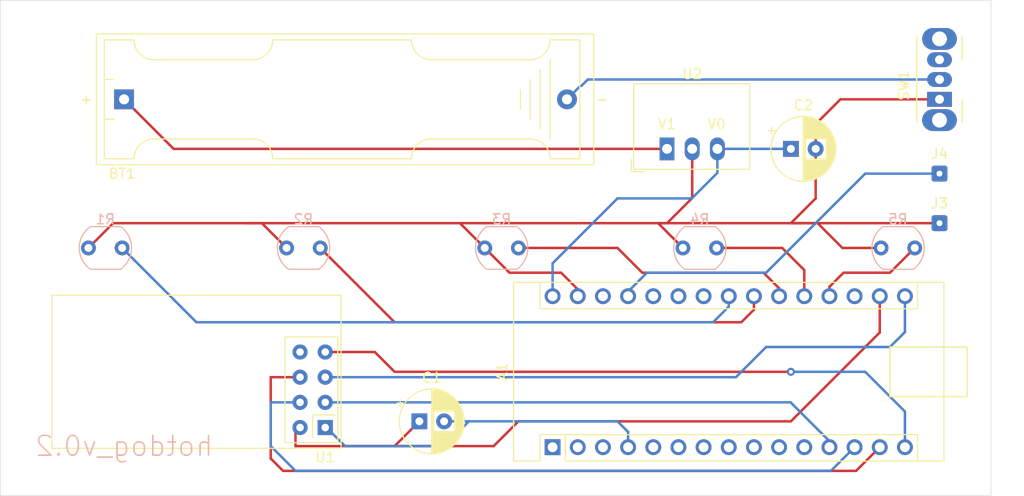
<source format=kicad_pcb>
(kicad_pcb (version 20211014) (generator pcbnew)
  (layers (0 "F.Cu" signal) (31 "B.Cu" signal) (34 "B.Paste" user) (35 "F.Paste" user) (36 "B.SilkS" user "B.Silkscreen") (37 "F.SilkS" user "F.Silkscreen") (38 "B.Mask" user) (39 "F.Mask" user) (44 "Edge.Cuts" user))
  (net 0 "")
  (net 4 "Net-(A1-Pad4)")
  (net 12 "Net-(A1-Pad12)")
  (net 13 "Net-(A1-Pad13)")
  (net 14 "Net-(A1-Pad14)")
  (net 15 "Net-(A1-Pad15)")
  (net 16 "Net-(A1-Pad16)")
  (net 17 "Net-(A1-Pad17)")
  (net 19 "Net-(A1-Pad19)")
  (net 20 "Net-(A1-Pad20)")
  (net 21 "Net-(A1-Pad21)")
  (net 22 "Net-(A1-Pad22)")
  (net 23 "Net-(A1-Pad23)")
  (net 27 "Net-(A1-Pad27)")
  (net 29 "Net-(A1-Pad29)")
  (net 30 "Net-(A1-Pad30)")
  (net 31 "Net-(BT1-Pad1)")
  (net 32 "Net-(BT1-Pad2)")
  (footprint "Connector_Wire:SolderWire-0.1sqmm_1x01_D0.4mm_OD1mm" (layer "F.Cu") (at 169.8 67.5)
    (fp_text reference "J4" (at 0 -2) (layer "F.SilkS"))
    (fp_text value "Conn_01x01")
    (pad "1" thru_hole roundrect (at 0 0) (size 1.6 1.6) (drill 0.6) (layers *.Cu *.Mask) (roundrect_rratio 0.15625) (net 27 "Net-(A1-Pad27)"))
  )
  (footprint "Module:Arduino_Nano" (layer "F.Cu") (at 130.75 95.11 90)
    (fp_text reference "A1" (at 7.62 -5.08 90) (layer "F.SilkS"))
    (fp_text value "Arduino_Nano_v2.x")
    (fp_line (start 1.27 -1.27) (end -1.4 -1.27) (layer "F.SilkS") (width 0.12))
    (fp_line (start 1.27 1.27) (end -1.4 1.27) (layer "F.SilkS") (width 0.12))
    (fp_line (start -1.4 -3.94) (end -1.4 -1.27) (layer "F.SilkS") (width 0.12))
    (fp_line (start 13.97 -1.27) (end 16.64 -1.27) (layer "F.SilkS") (width 0.12))
    (fp_line (start 13.97 36.83) (end 16.64 36.83) (layer "F.SilkS") (width 0.12))
    (fp_line (start -1.4 1.27) (end -1.4 39.5) (layer "F.SilkS") (width 0.12))
    (fp_line (start -1.4 39.5) (end 16.64 39.5) (layer "F.SilkS") (width 0.12))
    (fp_line (start 13.97 -1.27) (end 13.97 36.83) (layer "F.SilkS") (width 0.12))
    (fp_line (start 16.64 -3.94) (end -1.4 -3.94) (layer "F.SilkS") (width 0.12))
    (fp_line (start 1.27 1.27) (end 1.27 36.83) (layer "F.SilkS") (width 0.12))
    (fp_line (start 16.64 39.5) (end 16.64 -3.94) (layer "F.SilkS") (width 0.12))
    (fp_line (start 1.27 1.27) (end 1.27 -1.27) (layer "F.SilkS") (width 0.12))
    (fp_line (start 1.27 36.83) (end -1.4 36.83) (layer "F.SilkS") (width 0.12))
    (pad "1" thru_hole rect (at 0 0 90) (size 1.6 1.6) (drill 1) (layers *.Cu *.Mask))
    (pad "2" thru_hole oval (at 0 2.54 90) (size 1.6 1.6) (drill 1) (layers *.Cu *.Mask))
    (pad "3" thru_hole oval (at 0 5.08 90) (size 1.6 1.6) (drill 1) (layers *.Cu *.Mask))
    (pad "4" thru_hole oval (at 0 7.62 90) (size 1.6 1.6) (drill 1) (layers *.Cu *.Mask) (net 4 "Net-(A1-Pad4)"))
    (pad "5" thru_hole oval (at 0 10.16 90) (size 1.6 1.6) (drill 1) (layers *.Cu *.Mask))
    (pad "6" thru_hole oval (at 0 12.7 90) (size 1.6 1.6) (drill 1) (layers *.Cu *.Mask))
    (pad "7" thru_hole oval (at 0 15.24 90) (size 1.6 1.6) (drill 1) (layers *.Cu *.Mask))
    (pad "8" thru_hole oval (at 0 17.78 90) (size 1.6 1.6) (drill 1) (layers *.Cu *.Mask))
    (pad "9" thru_hole oval (at 0 20.32 90) (size 1.6 1.6) (drill 1) (layers *.Cu *.Mask))
    (pad "10" thru_hole oval (at 0 22.86 90) (size 1.6 1.6) (drill 1) (layers *.Cu *.Mask))
    (pad "11" thru_hole oval (at 0 25.4 90) (size 1.6 1.6) (drill 1) (layers *.Cu *.Mask))
    (pad "12" thru_hole oval (at 0 27.94 90) (size 1.6 1.6) (drill 1) (layers *.Cu *.Mask) (net 12 "Net-(A1-Pad12)"))
    (pad "13" thru_hole oval (at 0 30.48 90) (size 1.6 1.6) (drill 1) (layers *.Cu *.Mask) (net 13 "Net-(A1-Pad13)"))
    (pad "14" thru_hole oval (at 0 33.02 90) (size 1.6 1.6) (drill 1) (layers *.Cu *.Mask) (net 14 "Net-(A1-Pad14)"))
    (pad "15" thru_hole oval (at 0 35.56 90) (size 1.6 1.6) (drill 1) (layers *.Cu *.Mask) (net 15 "Net-(A1-Pad15)"))
    (pad "16" thru_hole oval (at 15.24 35.56 90) (size 1.6 1.6) (drill 1) (layers *.Cu *.Mask) (net 16 "Net-(A1-Pad16)"))
    (pad "17" thru_hole oval (at 15.24 33.02 90) (size 1.6 1.6) (drill 1) (layers *.Cu *.Mask) (net 17 "Net-(A1-Pad17)"))
    (pad "18" thru_hole oval (at 15.24 30.48 90) (size 1.6 1.6) (drill 1) (layers *.Cu *.Mask))
    (pad "19" thru_hole oval (at 15.24 27.94 90) (size 1.6 1.6) (drill 1) (layers *.Cu *.Mask) (net 19 "Net-(A1-Pad19)"))
    (pad "20" thru_hole oval (at 15.24 25.4 90) (size 1.6 1.6) (drill 1) (layers *.Cu *.Mask) (net 20 "Net-(A1-Pad20)"))
    (pad "21" thru_hole oval (at 15.24 22.86 90) (size 1.6 1.6) (drill 1) (layers *.Cu *.Mask) (net 21 "Net-(A1-Pad21)"))
    (pad "22" thru_hole oval (at 15.24 20.32 90) (size 1.6 1.6) (drill 1) (layers *.Cu *.Mask) (net 22 "Net-(A1-Pad22)"))
    (pad "23" thru_hole oval (at 15.24 17.78 90) (size 1.6 1.6) (drill 1) (layers *.Cu *.Mask) (net 23 "Net-(A1-Pad23)"))
    (pad "24" thru_hole oval (at 15.24 15.24 90) (size 1.6 1.6) (drill 1) (layers *.Cu *.Mask))
    (pad "25" thru_hole oval (at 15.24 12.7 90) (size 1.6 1.6) (drill 1) (layers *.Cu *.Mask))
    (pad "26" thru_hole oval (at 15.24 10.16 90) (size 1.6 1.6) (drill 1) (layers *.Cu *.Mask))
    (pad "27" thru_hole oval (at 15.24 7.62 90) (size 1.6 1.6) (drill 1) (layers *.Cu *.Mask) (net 27 "Net-(A1-Pad27)"))
    (pad "28" thru_hole oval (at 15.24 5.08 90) (size 1.6 1.6) (drill 1) (layers *.Cu *.Mask))
    (pad "29" thru_hole oval (at 15.24 2.54 90) (size 1.6 1.6) (drill 1) (layers *.Cu *.Mask) (net 29 "Net-(A1-Pad29)"))
    (pad "30" thru_hole oval (at 15.24 0 90) (size 1.6 1.6) (drill 1) (layers *.Cu *.Mask) (net 30 "Net-(A1-Pad30)"))
  )
  (footprint "RF_Module:nRF24L01_Breakout" (layer "F.Cu") (at 107.8 93.125 180)
    (fp_text reference "U1" (at 0 -3) (layer "F.SilkS"))
    (fp_text value "NRF24L01_Breakout")
    (fp_line (start -1.6 -2.1) (end -1.6 -2.1) (layer "F.SilkS") (width 0.12))
    (fp_line (start 27.6 -2.1) (end 27.6 13.35) (layer "F.SilkS") (width 0.12))
    (fp_line (start -1.6 13.35) (end -1.6 -2.1) (layer "F.SilkS") (width 0.12))
    (fp_line (start 4.064 -1.524) (end 4.064 9.144) (layer "F.SilkS") (width 0.12))
    (fp_line (start 4.064 9.144) (end -1.27 9.144) (layer "F.SilkS") (width 0.12))
    (fp_line (start -1.016 1.27) (end -1.016 1.27) (layer "F.SilkS") (width 0.12))
    (fp_line (start 1.27 1.27) (end -1.016 1.27) (layer "F.SilkS") (width 0.12))
    (fp_line (start -1.27 9.144) (end -1.27 9.144) (layer "F.SilkS") (width 0.12))
    (fp_line (start -1.27 -1.524) (end -1.27 -1.524) (layer "F.SilkS") (width 0.12))
    (fp_line (start -1.27 -1.524) (end 4.064 -1.524) (layer "F.SilkS") (width 0.12))
    (fp_line (start -1.6 -2.1) (end 27.6 -2.1) (layer "F.SilkS") (width 0.12))
    (fp_line (start 1.27 -1.016) (end 1.27 1.27) (layer "F.SilkS") (width 0.12))
    (fp_line (start -1.27 9.144) (end -1.27 -1.524) (layer "F.SilkS") (width 0.12))
    (fp_line (start 27.6 13.35) (end -1.6 13.35) (layer "F.SilkS") (width 0.12))
    (pad "1" thru_hole rect (at 0 0 180) (size 1.524 1.524) (drill 0.762) (layers *.Cu *.Mask) (net 4 "Net-(A1-Pad4)"))
    (pad "2" thru_hole circle (at 2.54 0 180) (size 1.524 1.524) (drill 0.762) (layers *.Cu *.Mask) (net 17 "Net-(A1-Pad17)"))
    (pad "3" thru_hole circle (at 0 2.54 180) (size 1.524 1.524) (drill 0.762) (layers *.Cu *.Mask) (net 12 "Net-(A1-Pad12)"))
    (pad "4" thru_hole circle (at 2.54 2.54 180) (size 1.524 1.524) (drill 0.762) (layers *.Cu *.Mask) (net 13 "Net-(A1-Pad13)"))
    (pad "5" thru_hole circle (at 0 5.08 180) (size 1.524 1.524) (drill 0.762) (layers *.Cu *.Mask) (net 16 "Net-(A1-Pad16)"))
    (pad "6" thru_hole circle (at 2.54 5.08 180) (size 1.524 1.524) (drill 0.762) (layers *.Cu *.Mask) (net 14 "Net-(A1-Pad14)"))
    (pad "7" thru_hole circle (at 0 7.62 180) (size 1.524 1.524) (drill 0.762) (layers *.Cu *.Mask) (net 15 "Net-(A1-Pad15)"))
    (pad "8" thru_hole circle (at 2.54 7.62 180) (size 1.524 1.524) (drill 0.762) (layers *.Cu *.Mask))
  )
  (footprint "Battery:BatteryHolder_Keystone_2466_1xAAA" (layer "F.Cu") (at 87.5 60)
    (fp_text reference "BT1" (at -0.2 7.5 180) (layer "F.SilkS"))
    (fp_text value "Battery_Cell")
    (fp_text user "+" (at -3.81 0) (layer "F.SilkS"))
    (fp_text user "-" (at 48.26 0) (layer "F.SilkS"))
    (fp_line (start 29 -6) (end 15 -6) (layer "F.SilkS") (width 0.12))
    (fp_line (start 41 -2) (end 41 2) (layer "F.SilkS") (width 0.12))
    (fp_line (start -2.8 -6.6) (end -2.8 6.6) (layer "F.SilkS") (width 0.12))
    (fp_line (start 47.4 -6.6) (end -2.8 -6.6) (layer "F.SilkS") (width 0.12))
    (fp_line (start -2 -6) (end -2 6) (layer "F.SilkS") (width 0.12))
    (fp_line (start 42 3) (end 42 -3) (layer "F.SilkS") (width 0.12))
    (fp_line (start 43 -4) (end 43 4) (layer "F.SilkS") (width 0.12))
    (fp_line (start 3 4) (end 13 4) (layer "F.SilkS") (width 0.12))
    (fp_line (start -2 -2) (end -1 -2) (layer "F.SilkS") (width 0.12))
    (fp_line (start 47.4 6.6) (end 47.4 -6.6) (layer "F.SilkS") (width 0.12))
    (fp_line (start -2.8 6.6) (end 47.4 6.6) (layer "F.SilkS") (width 0.12))
    (fp_line (start 15 6) (end 29 6) (layer "F.SilkS") (width 0.12))
    (fp_line (start 46 6) (end 43 6) (layer "F.SilkS") (width 0.12))
    (fp_line (start 40 -1) (end 40 1) (layer "F.SilkS") (width 0.12))
    (fp_line (start 41 4) (end 31 4) (layer "F.SilkS") (width 0.12))
    (fp_line (start 3 -4) (end 13 -4) (layer "F.SilkS") (width 0.12))
    (fp_line (start 46 -6) (end 46 6) (layer "F.SilkS") (width 0.12))
    (fp_line (start -2 6) (end 1 6) (layer "F.SilkS") (width 0.12))
    (fp_line (start 46 -6) (end 43 -6) (layer "F.SilkS") (width 0.12))
    (fp_line (start -1 2) (end -2 2) (layer "F.SilkS") (width 0.12))
    (fp_line (start 41 -4) (end 31 -4) (layer "F.SilkS") (width 0.12))
    (fp_line (start -2 -6) (end 1 -6) (layer "F.SilkS") (width 0.12))
    (fp_arc (start 31 -4) (mid 29.585786 -4.585786) (end 29 -6) (layer "F.SilkS") (width 0.12))
    (fp_arc (start 3 -4) (mid 1.585786 -4.585786) (end 1 -6) (layer "F.SilkS") (width 0.12))
    (fp_arc (start 15 -6) (mid 14.414214 -4.585786) (end 13 -4) (layer "F.SilkS") (width 0.12))
    (fp_arc (start 29 6) (mid 29.585786 4.585786) (end 31 4) (layer "F.SilkS") (width 0.12))
    (fp_arc (start 41 4) (mid 42.414214 4.585786) (end 43 6) (layer "F.SilkS") (width 0.12))
    (fp_arc (start 43 -6) (mid 42.414214 -4.585786) (end 41 -4) (layer "F.SilkS") (width 0.12))
    (fp_arc (start 1 6) (mid 1.585786 4.585786) (end 3 4) (layer "F.SilkS") (width 0.12))
    (fp_arc (start 13 4) (mid 14.414214 4.585786) (end 15 6) (layer "F.SilkS") (width 0.12))
    (pad "1" thru_hole rect (at 0 0) (size 2 2) (drill 1.02) (layers *.Cu *.Mask) (net 31 "Net-(BT1-Pad1)"))
    (pad "2" thru_hole circle (at 44.7 0) (size 2 2) (drill 1.02) (layers *.Cu *.Mask) (net 32 "Net-(BT1-Pad2)"))
  )
  (footprint "Capacitor_THT:CP_Radial_D6.3mm_P2.50mm" (layer "F.Cu") (at 117.3 92.5)
    (fp_text reference "C1" (at 1.25 -4.4) (layer "F.SilkS"))
    (fp_text value "C_Polarized")
    (fp_line (start 1.53 -3.218) (end 1.53 -1.04) (layer "F.SilkS") (width 0.12))
    (fp_line (start 1.85 1.04) (end 1.85 3.175) (layer "F.SilkS") (width 0.12))
    (fp_line (start 2.811 -2.834) (end 2.811 -1.04) (layer "F.SilkS") (width 0.12))
    (fp_line (start 3.171 -2.607) (end 3.171 -1.04) (layer "F.SilkS") (width 0.12))
    (fp_line (start 2.051 1.04) (end 2.051 3.131) (layer "F.SilkS") (width 0.12))
    (fp_line (start 2.211 1.04) (end 2.211 3.086) (layer "F.SilkS") (width 0.12))
    (fp_line (start 1.77 1.04) (end 1.77 3.189) (layer "F.SilkS") (width 0.12))
    (fp_line (start 2.291 -3.061) (end 2.291 -1.04) (layer "F.SilkS") (width 0.12))
    (fp_line (start 3.291 -2.516) (end 3.291 -1.04) (layer "F.SilkS") (width 0.12))
    (fp_line (start 3.131 -2.636) (end 3.131 -1.04) (layer "F.SilkS") (width 0.12))
    (fp_line (start 3.531 1.04) (end 3.531 2.305) (layer "F.SilkS") (width 0.12))
    (fp_line (start 2.491 1.04) (end 2.491 2.986) (layer "F.SilkS") (width 0.12))
    (fp_line (start 1.73 1.04) (end 1.73 3.195) (layer "F.SilkS") (width 0.12))
    (fp_line (start 2.491 -2.986) (end 2.491 -1.04) (layer "F.SilkS") (width 0.12))
    (fp_line (start 1.971 1.04) (end 1.971 3.15) (layer "F.SilkS") (width 0.12))
    (fp_line (start 2.891 1.04) (end 2.891 2.79) (layer "F.SilkS") (width 0.12))
    (fp_line (start 1.81 -3.182) (end 1.81 -1.04) (layer "F.SilkS") (width 0.12))
    (fp_line (start 2.731 1.04) (end 2.731 2.876) (layer "F.SilkS") (width 0.12))
    (fp_line (start 4.011 -1.714) (end 4.011 1.714) (layer "F.SilkS") (width 0.12))
    (fp_line (start 2.011 -3.141) (end 2.011 -1.04) (layer "F.SilkS") (width 0.12))
    (fp_line (start 1.37 -3.228) (end 1.37 3.228) (layer "F.SilkS") (width 0.12))
    (fp_line (start 2.171 1.04) (end 2.171 3.098) (layer "F.SilkS") (width 0.12))
    (fp_line (start 1.73 -3.195) (end 1.73 -1.04) (layer "F.SilkS") (width 0.12))
    (fp_line (start 3.011 1.04) (end 3.011 2.716) (layer "F.SilkS") (width 0.12))
    (fp_line (start 2.451 -3.002) (end 2.451 -1.04) (layer "F.SilkS") (width 0.12))
    (fp_line (start 2.531 1.04) (end 2.531 2.97) (layer "F.SilkS") (width 0.12))
    (fp_line (start 1.85 -3.175) (end 1.85 -1.04) (layer "F.SilkS") (width 0.12))
    (fp_line (start 2.931 -2.766) (end 2.931 -1.04) (layer "F.SilkS") (width 0.12))
    (fp_line (start 3.451 1.04) (end 3.451 2.38) (layer "F.SilkS") (width 0.12))
    (fp_line (start 1.25 -3.23) (end 1.25 3.23) (layer "F.SilkS") (width 0.12))
    (fp_line (start 2.371 -3.033) (end 2.371 -1.04) (layer "F.SilkS") (width 0.12))
    (fp_line (start 2.611 -2.934) (end 2.611 -1.04) (layer "F.SilkS") (width 0.12))
    (fp_line (start 3.891 -1.89) (end 3.891 1.89) (layer "F.SilkS") (width 0.12))
    (fp_line (start 3.491 1.04) (end 3.491 2.343) (layer "F.SilkS") (width 0.12))
    (fp_line (start 2.011 1.04) (end 2.011 3.141) (layer "F.SilkS") (width 0.12))
    (fp_line (start 2.571 1.04) (end 2.571 2.952) (layer "F.SilkS") (width 0.12))
    (fp_line (start 1.41 -3.227) (end 1.41 3.227) (layer "F.SilkS") (width 0.12))
    (fp_line (start 3.931 -1.834) (end 3.931 1.834) (layer "F.SilkS") (width 0.12))
    (fp_line (start 2.651 -2.916) (end 2.651 -1.04) (layer "F.SilkS") (width 0.12))
    (fp_line (start 1.61 -3.211) (end 1.61 -1.04) (layer "F.SilkS") (width 0.12))
    (fp_line (start 3.571 -2.265) (end 3.571 2.265) (layer "F.SilkS") (width 0.12))
    (fp_line (start 2.851 -2.812) (end 2.851 -1.04) (layer "F.SilkS") (width 0.12))
    (fp_line (start 3.731 -2.092) (end 3.731 2.092) (layer "F.SilkS") (width 0.12))
    (fp_line (start 4.051 -1.65) (end 4.051 1.65) (layer "F.SilkS") (width 0.12))
    (fp_line (start 2.411 1.04) (end 2.411 3.018) (layer "F.SilkS") (width 0.12))
    (fp_line (start 4.091 -1.581) (end 4.091 1.581) (layer "F.SilkS") (width 0.12))
    (fp_line (start 4.371 -0.94) (end 4.371 0.94) (layer "F.SilkS") (width 0.12))
    (fp_line (start 3.491 -2.343) (end 3.491 -1.04) (layer "F.SilkS") (width 0.12))
    (fp_line (start 3.251 -2.548) (end 3.251 -1.04) (layer "F.SilkS") (width 0.12))
    (fp_line (start 2.211 -3.086) (end 2.211 -1.04) (layer "F.SilkS") (width 0.12))
    (fp_line (start 3.251 1.04) (end 3.251 2.548) (layer "F.SilkS") (width 0.12))
    (fp_line (start 1.81 1.04) (end 1.81 3.182) (layer "F.SilkS") (width 0.12))
    (fp_line (start 3.451 -2.38) (end 3.451 -1.04) (layer "F.SilkS") (width 0.12))
    (fp_line (start 2.891 -2.79) (end 2.891 -1.04) (layer "F.SilkS") (width 0.12))
    (fp_line (start 4.131 -1.509) (end 4.131 1.509) (layer "F.SilkS") (width 0.12))
    (fp_line (start 2.611 1.04) (end 2.611 2.934) (layer "F.SilkS") (width 0.12))
    (fp_line (start -2.250241 -1.839) (end -1.620241 -1.839) (layer "F.SilkS") (width 0.12))
    (fp_line (start 1.53 1.04) (end 1.53 3.218) (layer "F.SilkS") (width 0.12))
    (fp_line (start 2.131 1.04) (end 2.131 3.11) (layer "F.SilkS") (width 0.12))
    (fp_line (start 2.731 -2.876) (end 2.731 -1.04) (layer "F.SilkS") (width 0.12))
    (fp_line (start 1.69 1.04) (end 1.69 3.201) (layer "F.SilkS") (width 0.12))
    (fp_line (start 4.331 -1.059) (end 4.331 1.059) (layer "F.SilkS") (width 0.12))
    (fp_line (start 3.691 -2.137) (end 3.691 2.137) (layer "F.SilkS") (width 0.12))
    (fp_line (start 2.331 1.04) (end 2.331 3.047) (layer "F.SilkS") (width 0.12))
    (fp_line (start 1.971 -3.15) (end 1.971 -1.04) (layer "F.SilkS") (width 0.12))
    (fp_line (start 2.411 -3.018) (end 2.411 -1.04) (layer "F.SilkS") (width 0.12))
    (fp_line (start 4.411 -0.802) (end 4.411 0.802) (layer "F.SilkS") (width 0.12))
    (fp_line (start 1.89 1.04) (end 1.89 3.167) (layer "F.SilkS") (width 0.12))
    (fp_line (start 2.091 1.04) (end 2.091 3.121) (layer "F.SilkS") (width 0.12))
    (fp_line (start 2.691 1.04) (end 2.691 2.896) (layer "F.SilkS") (width 0.12))
    (fp_line (start 2.931 1.04) (end 2.931 2.766) (layer "F.SilkS") (width 0.12))
    (fp_line (start 3.091 1.04) (end 3.091 2.664) (layer "F.SilkS") (width 0.12))
    (fp_line (start 1.45 -3.224) (end 1.45 3.224) (layer "F.SilkS") (width 0.12))
    (fp_line (start 1.93 1.04) (end 1.93 3.159) (layer "F.SilkS") (width 0.12))
    (fp_line (start 2.291 1.04) (end 2.291 3.061) (layer "F.SilkS") (width 0.12))
    (fp_line (start 2.771 1.04) (end 2.771 2.856) (layer "F.SilkS") (width 0.12))
    (fp_line (start 3.211 -2.578) (end 3.211 -1.04) (layer "F.SilkS") (width 0.12))
    (fp_line (start 3.131 1.04) (end 3.131 2.636) (layer "F.SilkS") (width 0.12))
    (fp_line (start 3.611 -2.224) (end 3.611 2.224) (layer "F.SilkS") (width 0.12))
    (fp_line (start 4.451 -0.633) (end 4.451 0.633) (layer "F.SilkS") (width 0.12))
    (fp_line (start 3.851 -1.944) (end 3.851 1.944) (layer "F.SilkS") (width 0.12))
    (fp_line (start 2.811 1.04) (end 2.811 2.834) (layer "F.SilkS") (width 0.12))
    (fp_line (start 3.171 1.04) (end 3.171 2.607) (layer "F.SilkS") (width 0.12))
    (fp_line (start 1.49 1.04) (end 1.49 3.222) (layer "F.SilkS") (width 0.12))
    (fp_line (start 3.411 1.04) (end 3.411 2.416) (layer "F.SilkS") (width 0.12))
    (fp_line (start 3.211 1.04) (end 3.211 2.578) (layer "F.SilkS") (width 0.12))
    (fp_line (start 1.77 -3.189) (end 1.77 -1.04) (layer "F.SilkS") (width 0.12))
    (fp_line (start 4.491 -0.402) (end 4.491 0.402) (layer "F.SilkS") (width 0.12))
    (fp_line (start 3.331 -2.484) (end 3.331 -1.04) (layer "F.SilkS") (width 0.12))
    (fp_line (start 2.171 -3.098) (end 2.171 -1.04) (layer "F.SilkS") (width 0.12))
    (fp_line (start 3.051 -2.69) (end 3.051 -1.04) (layer "F.SilkS") (width 0.12))
    (fp_line (start 2.451 1.04) (end 2.451 3.002) (layer "F.SilkS") (width 0.12))
    (fp_line (start 4.251 -1.262) (end 4.251 1.262) (layer "F.SilkS") (width 0.12))
    (fp_line (start 3.331 1.04) (end 3.331 2.484) (layer "F.SilkS") (width 0.12))
    (fp_line (start 3.291 1.04) (end 3.291 2.516) (layer "F.SilkS") (width 0.12))
    (fp_line (start 1.89 -3.167) (end 1.89 -1.04) (layer "F.SilkS") (width 0.12))
    (fp_line (start 3.971 -1.776) (end 3.971 1.776) (layer "F.SilkS") (width 0.12))
    (fp_line (start 1.57 1.04) (end 1.57 3.215) (layer "F.SilkS") (width 0.12))
    (fp_line (start 3.371 1.04) (end 3.371 2.45) (layer "F.SilkS") (width 0.12))
    (fp_line (start 2.371 1.04) (end 2.371 3.033) (layer "F.SilkS") (width 0.12))
    (fp_line (start 2.651 1.04) (end 2.651 2.916) (layer "F.SilkS") (width 0.12))
    (fp_line (start 3.051 1.04) (end 3.051 2.69) (layer "F.SilkS") (width 0.12))
    (fp_line (start 1.49 -3.222) (end 1.49 -1.04) (layer "F.SilkS") (width 0.12))
    (fp_line (start 2.771 -2.856) (end 2.771 -1.04) (layer "F.SilkS") (width 0.12))
    (fp_line (start 1.69 -3.201) (end 1.69 -1.04) (layer "F.SilkS") (width 0.12))
    (fp_line (start 2.571 -2.952) (end 2.571 -1.04) (layer "F.SilkS") (width 0.12))
    (fp_line (start 3.771 -2.044) (end 3.771 2.044) (layer "F.SilkS") (width 0.12))
    (fp_line (start 1.57 -3.215) (end 1.57 -1.04) (layer "F.SilkS") (width 0.12))
    (fp_line (start 3.011 -2.716) (end 3.011 -1.04) (layer "F.SilkS") (width 0.12))
    (fp_line (start 1.61 1.04) (end 1.61 3.211) (layer "F.SilkS") (width 0.12))
    (fp_line (start 1.29 -3.23) (end 1.29 3.23) (layer "F.SilkS") (width 0.12))
    (fp_line (start 3.091 -2.664) (end 3.091 -1.04) (layer "F.SilkS") (width 0.12))
    (fp_line (start -1.935241 -2.154) (end -1.935241 -1.524) (layer "F.SilkS") (width 0.12))
    (fp_line (start 3.651 -2.182) (end 3.651 2.182) (layer "F.SilkS") (width 0.12))
    (fp_line (start 3.811 -1.995) (end 3.811 1.995) (layer "F.SilkS") (width 0.12))
    (fp_line (start 2.091 -3.121) (end 2.091 -1.04) (layer "F.SilkS") (width 0.12))
    (fp_line (start 2.971 1.04) (end 2.971 2.742) (layer "F.SilkS") (width 0.12))
    (fp_line (start 4.171 -1.432) (end 4.171 1.432) (layer "F.SilkS") (width 0.12))
    (fp_line (start 1.33 -3.23) (end 1.33 3.23) (layer "F.SilkS") (width 0.12))
    (fp_line (start 3.531 -2.305) (end 3.531 -1.04) (layer "F.SilkS") (width 0.12))
    (fp_line (start 2.131 -3.11) (end 2.131 -1.04) (layer "F.SilkS") (width 0.12))
    (fp_line (start 2.331 -3.047) (end 2.331 -1.04) (layer "F.SilkS") (width 0.12))
    (fp_line (start 3.411 -2.416) (end 3.411 -1.04) (layer "F.SilkS") (width 0.12))
    (fp_line (start 2.851 1.04) (end 2.851 2.812) (layer "F.SilkS") (width 0.12))
    (fp_line (start 2.251 -3.074) (end 2.251 -1.04) (layer "F.SilkS") (width 0.12))
    (fp_line (start 2.971 -2.742) (end 2.971 -1.04) (layer "F.SilkS") (width 0.12))
    (fp_line (start 3.371 -2.45) (end 3.371 -1.04) (layer "F.SilkS") (width 0.12))
    (fp_line (start 2.691 -2.896) (end 2.691 -1.04) (layer "F.SilkS") (width 0.12))
    (fp_line (start 1.93 -3.159) (end 1.93 -1.04) (layer "F.SilkS") (width 0.12))
    (fp_line (start 1.65 1.04) (end 1.65 3.206) (layer "F.SilkS") (width 0.12))
    (fp_line (start 2.531 -2.97) (end 2.531 -1.04) (layer "F.SilkS") (width 0.12))
    (fp_line (start 2.051 -3.131) (end 2.051 -1.04) (layer "F.SilkS") (width 0.12))
    (fp_line (start 4.211 -1.35) (end 4.211 1.35) (layer "F.SilkS") (width 0.12))
    (fp_line (start 4.291 -1.165) (end 4.291 1.165) (layer "F.SilkS") (width 0.12))
    (fp_line (start 1.65 -3.206) (end 1.65 -1.04) (layer "F.SilkS") (width 0.12))
    (fp_line (start 2.251 1.04) (end 2.251 3.074) (layer "F.SilkS") (width 0.12))
    (fp_circle (center 1.25 0) (end 4.52 0) (layer "F.SilkS") (width 0.12) (fill none))
    (pad "1" thru_hole rect (at 0 0) (size 1.6 1.6) (drill 0.8) (layers *.Cu *.Mask) (net 17 "Net-(A1-Pad17)"))
    (pad "2" thru_hole circle (at 2.5 0) (size 1.6 1.6) (drill 0.8) (layers *.Cu *.Mask) (net 4 "Net-(A1-Pad4)"))
  )
  (footprint "Converter_DCDC:Converter_DCDC_RECOM_R-78E-0.5_THT" (layer "F.Cu") (at 142.3 65)
    (fp_text reference "U2" (at 2.54 -7.56) (layer "F.SilkS"))
    (fp_text value "ME2108A")
    (fp_line (start 8.35 -6.56) (end 8.35 2.06) (layer "F.SilkS") (width 0.12))
    (fp_line (start -3.371 2.06) (end 8.35 2.06) (layer "F.SilkS") (width 0.12))
    (fp_line (start -3.371 -6.56) (end 8.35 -6.56) (layer "F.SilkS") (width 0.12))
    (fp_line (start -3.371 -6.56) (end -3.371 2.06) (layer "F.SilkS") (width 0.12))
    (fp_line (start -3.611 2.3) (end -2.371 2.3) (layer "F.SilkS") (width 0.12))
    (fp_line (start -3.611 1.06) (end -3.611 2.3) (layer "F.SilkS") (width 0.12))
    (pad "1" thru_hole rect (at 0 0) (size 1.5 2.3) (drill 1) (layers *.Cu *.Mask) (net 31 "Net-(BT1-Pad1)"))
    (pad "2" thru_hole oval (at 2.54 0) (size 1.5 2.3) (drill 1) (layers *.Cu *.Mask) (net 29 "Net-(A1-Pad29)"))
    (pad "3" thru_hole oval (at 5.08 0) (size 1.5 2.3) (drill 1) (layers *.Cu *.Mask) (net 30 "Net-(A1-Pad30)"))
  )
  (footprint "Connector_Wire:SolderWire-0.1sqmm_1x01_D0.4mm_OD1mm" (layer "F.Cu") (at 169.8 72.5)
    (fp_text reference "J3" (at 0 -2) (layer "F.SilkS"))
    (fp_text value "Conn_01x01")
    (pad "1" thru_hole roundrect (at 0 0) (size 1.6 1.6) (drill 0.6) (layers *.Cu *.Mask) (roundrect_rratio 0.15625) (net 29 "Net-(A1-Pad29)"))
  )
  (footprint "Capacitor_THT:CP_Radial_D6.3mm_P2.50mm" (layer "F.Cu") (at 154.8 65)
    (fp_text reference "C2" (at 1.25 -4.4) (layer "F.SilkS"))
    (fp_text value "C_Polarized")
    (fp_line (start 1.25 -3.23) (end 1.25 3.23) (layer "F.SilkS") (width 0.12))
    (fp_line (start 2.491 -2.986) (end 2.491 -1.04) (layer "F.SilkS") (width 0.12))
    (fp_line (start 1.971 1.04) (end 1.971 3.15) (layer "F.SilkS") (width 0.12))
    (fp_line (start 2.451 1.04) (end 2.451 3.002) (layer "F.SilkS") (width 0.12))
    (fp_line (start 3.571 -2.265) (end 3.571 2.265) (layer "F.SilkS") (width 0.12))
    (fp_line (start 2.411 -3.018) (end 2.411 -1.04) (layer "F.SilkS") (width 0.12))
    (fp_line (start 2.891 1.04) (end 2.891 2.79) (layer "F.SilkS") (width 0.12))
    (fp_line (start 3.291 1.04) (end 3.291 2.516) (layer "F.SilkS") (width 0.12))
    (fp_line (start 2.771 1.04) (end 2.771 2.856) (layer "F.SilkS") (width 0.12))
    (fp_line (start 4.251 -1.262) (end 4.251 1.262) (layer "F.SilkS") (width 0.12))
    (fp_line (start 1.61 1.04) (end 1.61 3.211) (layer "F.SilkS") (width 0.12))
    (fp_line (start 3.531 -2.305) (end 3.531 -1.04) (layer "F.SilkS") (width 0.12))
    (fp_line (start 2.731 1.04) (end 2.731 2.876) (layer "F.SilkS") (width 0.12))
    (fp_line (start 4.051 -1.65) (end 4.051 1.65) (layer "F.SilkS") (width 0.12))
    (fp_line (start 2.331 1.04) (end 2.331 3.047) (layer "F.SilkS") (width 0.12))
    (fp_line (start 3.331 1.04) (end 3.331 2.484) (layer "F.SilkS") (width 0.12))
    (fp_line (start 4.451 -0.633) (end 4.451 0.633) (layer "F.SilkS") (width 0.12))
    (fp_line (start 3.211 1.04) (end 3.211 2.578) (layer "F.SilkS") (width 0.12))
    (fp_line (start 1.93 1.04) (end 1.93 3.159) (layer "F.SilkS") (width 0.12))
    (fp_line (start 4.011 -1.714) (end 4.011 1.714) (layer "F.SilkS") (width 0.12))
    (fp_line (start 2.851 -2.812) (end 2.851 -1.04) (layer "F.SilkS") (width 0.12))
    (fp_line (start 2.051 1.04) (end 2.051 3.131) (layer "F.SilkS") (width 0.12))
    (fp_line (start 2.691 1.04) (end 2.691 2.896) (layer "F.SilkS") (width 0.12))
    (fp_line (start 1.73 -3.195) (end 1.73 -1.04) (layer "F.SilkS") (width 0.12))
    (fp_line (start 1.69 -3.201) (end 1.69 -1.04) (layer "F.SilkS") (width 0.12))
    (fp_line (start 2.411 1.04) (end 2.411 3.018) (layer "F.SilkS") (width 0.12))
    (fp_line (start 2.131 -3.11) (end 2.131 -1.04) (layer "F.SilkS") (width 0.12))
    (fp_line (start 2.091 -3.121) (end 2.091 -1.04) (layer "F.SilkS") (width 0.12))
    (fp_line (start 1.77 1.04) (end 1.77 3.189) (layer "F.SilkS") (width 0.12))
    (fp_line (start 2.531 1.04) (end 2.531 2.97) (layer "F.SilkS") (width 0.12))
    (fp_line (start 2.651 1.04) (end 2.651 2.916) (layer "F.SilkS") (width 0.12))
    (fp_line (start 2.291 -3.061) (end 2.291 -1.04) (layer "F.SilkS") (width 0.12))
    (fp_line (start 1.65 1.04) (end 1.65 3.206) (layer "F.SilkS") (width 0.12))
    (fp_line (start 1.971 -3.15) (end 1.971 -1.04) (layer "F.SilkS") (width 0.12))
    (fp_line (start 3.131 -2.636) (end 3.131 -1.04) (layer "F.SilkS") (width 0.12))
    (fp_line (start 3.011 -2.716) (end 3.011 -1.04) (layer "F.SilkS") (width 0.12))
    (fp_line (start 1.33 -3.23) (end 1.33 3.23) (layer "F.SilkS") (width 0.12))
    (fp_line (start 2.611 -2.934) (end 2.611 -1.04) (layer "F.SilkS") (width 0.12))
    (fp_line (start 2.971 -2.742) (end 2.971 -1.04) (layer "F.SilkS") (width 0.12))
    (fp_line (start 3.651 -2.182) (end 3.651 2.182) (layer "F.SilkS") (width 0.12))
    (fp_line (start 2.651 -2.916) (end 2.651 -1.04) (layer "F.SilkS") (width 0.12))
    (fp_line (start 1.73 1.04) (end 1.73 3.195) (layer "F.SilkS") (width 0.12))
    (fp_line (start 3.771 -2.044) (end 3.771 2.044) (layer "F.SilkS") (width 0.12))
    (fp_line (start 1.53 -3.218) (end 1.53 -1.04) (layer "F.SilkS") (width 0.12))
    (fp_line (start 2.331 -3.047) (end 2.331 -1.04) (layer "F.SilkS") (width 0.12))
    (fp_line (start 3.291 -2.516) (end 3.291 -1.04) (layer "F.SilkS") (width 0.12))
    (fp_line (start 2.091 1.04) (end 2.091 3.121) (layer "F.SilkS") (width 0.12))
    (fp_line (start 3.091 1.04) (end 3.091 2.664) (layer "F.SilkS") (width 0.12))
    (fp_line (start 4.411 -0.802) (end 4.411 0.802) (layer "F.SilkS") (width 0.12))
    (fp_line (start 3.731 -2.092) (end 3.731 2.092) (layer "F.SilkS") (width 0.12))
    (fp_line (start 3.451 -2.38) (end 3.451 -1.04) (layer "F.SilkS") (width 0.12))
    (fp_line (start 1.81 1.04) (end 1.81 3.182) (layer "F.SilkS") (width 0.12))
    (fp_line (start 4.291 -1.165) (end 4.291 1.165) (layer "F.SilkS") (width 0.12))
    (fp_line (start 2.011 -3.141) (end 2.011 -1.04) (layer "F.SilkS") (width 0.12))
    (fp_line (start -2.250241 -1.839) (end -1.620241 -1.839) (layer "F.SilkS") (width 0.12))
    (fp_line (start 1.65 -3.206) (end 1.65 -1.04) (layer "F.SilkS") (width 0.12))
    (fp_line (start 2.771 -2.856) (end 2.771 -1.04) (layer "F.SilkS") (width 0.12))
    (fp_line (start 3.251 1.04) (end 3.251 2.548) (layer "F.SilkS") (width 0.12))
    (fp_line (start 1.81 -3.182) (end 1.81 -1.04) (layer "F.SilkS") (width 0.12))
    (fp_line (start 3.491 -2.343) (end 3.491 -1.04) (layer "F.SilkS") (width 0.12))
    (fp_line (start 2.571 1.04) (end 2.571 2.952) (layer "F.SilkS") (width 0.12))
    (fp_line (start 4.211 -1.35) (end 4.211 1.35) (layer "F.SilkS") (width 0.12))
    (fp_line (start 2.571 -2.952) (end 2.571 -1.04) (layer "F.SilkS") (width 0.12))
    (fp_line (start 1.85 1.04) (end 1.85 3.175) (layer "F.SilkS") (width 0.12))
    (fp_line (start 3.611 -2.224) (end 3.611 2.224) (layer "F.SilkS") (width 0.12))
    (fp_line (start 3.411 1.04) (end 3.411 2.416) (layer "F.SilkS") (width 0.12))
    (fp_line (start 2.491 1.04) (end 2.491 2.986) (layer "F.SilkS") (width 0.12))
    (fp_line (start 2.971 1.04) (end 2.971 2.742) (layer "F.SilkS") (width 0.12))
    (fp_line (start -1.935241 -2.154) (end -1.935241 -1.524) (layer "F.SilkS") (width 0.12))
    (fp_line (start 1.85 -3.175) (end 1.85 -1.04) (layer "F.SilkS") (width 0.12))
    (fp_line (start 2.171 1.04) (end 2.171 3.098) (layer "F.SilkS") (width 0.12))
    (fp_line (start 3.051 1.04) (end 3.051 2.69) (layer "F.SilkS") (width 0.12))
    (fp_line (start 2.251 -3.074) (end 2.251 -1.04) (layer "F.SilkS") (width 0.12))
    (fp_line (start 1.89 -3.167) (end 1.89 -1.04) (layer "F.SilkS") (width 0.12))
    (fp_line (start 2.611 1.04) (end 2.611 2.934) (layer "F.SilkS") (width 0.12))
    (fp_line (start 2.291 1.04) (end 2.291 3.061) (layer "F.SilkS") (width 0.12))
    (fp_line (start 2.371 -3.033) (end 2.371 -1.04) (layer "F.SilkS") (width 0.12))
    (fp_line (start 2.051 -3.131) (end 2.051 -1.04) (layer "F.SilkS") (width 0.12))
    (fp_line (start 1.89 1.04) (end 1.89 3.167) (layer "F.SilkS") (width 0.12))
    (fp_line (start 1.37 -3.228) (end 1.37 3.228) (layer "F.SilkS") (width 0.12))
    (fp_line (start 2.851 1.04) (end 2.851 2.812) (layer "F.SilkS") (width 0.12))
    (fp_line (start 3.331 -2.484) (end 3.331 -1.04) (layer "F.SilkS") (width 0.12))
    (fp_line (start 3.411 -2.416) (end 3.411 -1.04) (layer "F.SilkS") (width 0.12))
    (fp_line (start 1.41 -3.227) (end 1.41 3.227) (layer "F.SilkS") (width 0.12))
    (fp_line (start 3.451 1.04) (end 3.451 2.38) (layer "F.SilkS") (width 0.12))
    (fp_line (start 2.211 -3.086) (end 2.211 -1.04) (layer "F.SilkS") (width 0.12))
    (fp_line (start 3.891 -1.89) (end 3.891 1.89) (layer "F.SilkS") (width 0.12))
    (fp_line (start 3.171 -2.607) (end 3.171 -1.04) (layer "F.SilkS") (width 0.12))
    (fp_line (start 3.371 -2.45) (end 3.371 -1.04) (layer "F.SilkS") (width 0.12))
    (fp_line (start 4.371 -0.94) (end 4.371 0.94) (layer "F.SilkS") (width 0.12))
    (fp_line (start 3.811 -1.995) (end 3.811 1.995) (layer "F.SilkS") (width 0.12))
    (fp_line (start 4.331 -1.059) (end 4.331 1.059) (layer "F.SilkS") (width 0.12))
    (fp_line (start 1.69 1.04) (end 1.69 3.201) (layer "F.SilkS") (width 0.12))
    (fp_line (start 2.131 1.04) (end 2.131 3.11) (layer "F.SilkS") (width 0.12))
    (fp_line (start 3.131 1.04) (end 3.131 2.636) (layer "F.SilkS") (width 0.12))
    (fp_line (start 2.251 1.04) (end 2.251 3.074) (layer "F.SilkS") (width 0.12))
    (fp_line (start 1.61 -3.211) (end 1.61 -1.04) (layer "F.SilkS") (width 0.12))
    (fp_line (start 2.451 -3.002) (end 2.451 -1.04) (layer "F.SilkS") (width 0.12))
    (fp_line (start 4.491 -0.402) (end 4.491 0.402) (layer "F.SilkS") (width 0.12))
    (fp_line (start 2.731 -2.876) (end 2.731 -1.04) (layer "F.SilkS") (width 0.12))
    (fp_line (start 3.371 1.04) (end 3.371 2.45) (layer "F.SilkS") (width 0.12))
    (fp_line (start 2.811 -2.834) (end 2.811 -1.04) (layer "F.SilkS") (width 0.12))
    (fp_line (start 4.091 -1.581) (end 4.091 1.581) (layer "F.SilkS") (width 0.12))
    (fp_line (start 3.851 -1.944) (end 3.851 1.944) (layer "F.SilkS") (width 0.12))
    (fp_line (start 3.171 1.04) (end 3.171 2.607) (layer "F.SilkS") (width 0.12))
    (fp_line (start 1.57 1.04) (end 1.57 3.215) (layer "F.SilkS") (width 0.12))
    (fp_line (start 1.53 1.04) (end 1.53 3.218) (layer "F.SilkS") (width 0.12))
    (fp_line (start 1.49 1.04) (end 1.49 3.222) (layer "F.SilkS") (width 0.12))
    (fp_line (start 2.891 -2.79) (end 2.891 -1.04) (layer "F.SilkS") (width 0.12))
    (fp_line (start 3.011 1.04) (end 3.011 2.716) (layer "F.SilkS") (width 0.12))
    (fp_line (start 2.011 1.04) (end 2.011 3.141) (layer "F.SilkS") (width 0.12))
    (fp_line (start 2.371 1.04) (end 2.371 3.033) (layer "F.SilkS") (width 0.12))
    (fp_line (start 3.051 -2.69) (end 3.051 -1.04) (layer "F.SilkS") (width 0.12))
    (fp_line (start 2.811 1.04) (end 2.811 2.834) (layer "F.SilkS") (width 0.12))
    (fp_line (start 1.77 -3.189) (end 1.77 -1.04) (layer "F.SilkS") (width 0.12))
    (fp_line (start 1.93 -3.159) (end 1.93 -1.04) (layer "F.SilkS") (width 0.12))
    (fp_line (start 4.171 -1.432) (end 4.171 1.432) (layer "F.SilkS") (width 0.12))
    (fp_line (start 4.131 -1.509) (end 4.131 1.509) (layer "F.SilkS") (width 0.12))
    (fp_line (start 3.691 -2.137) (end 3.691 2.137) (layer "F.SilkS") (width 0.12))
    (fp_line (start 3.971 -1.776) (end 3.971 1.776) (layer "F.SilkS") (width 0.12))
    (fp_line (start 1.57 -3.215) (end 1.57 -1.04) (layer "F.SilkS") (width 0.12))
    (fp_line (start 2.931 -2.766) (end 2.931 -1.04) (layer "F.SilkS") (width 0.12))
    (fp_line (start 1.45 -3.224) (end 1.45 3.224) (layer "F.SilkS") (width 0.12))
    (fp_line (start 1.29 -3.23) (end 1.29 3.23) (layer "F.SilkS") (width 0.12))
    (fp_line (start 3.491 1.04) (end 3.491 2.343) (layer "F.SilkS") (width 0.12))
    (fp_line (start 3.251 -2.548) (end 3.251 -1.04) (layer "F.SilkS") (width 0.12))
    (fp_line (start 2.931 1.04) (end 2.931 2.766) (layer "F.SilkS") (width 0.12))
    (fp_line (start 3.091 -2.664) (end 3.091 -1.04) (layer "F.SilkS") (width 0.12))
    (fp_line (start 2.691 -2.896) (end 2.691 -1.04) (layer "F.SilkS") (width 0.12))
    (fp_line (start 3.211 -2.578) (end 3.211 -1.04) (layer "F.SilkS") (width 0.12))
    (fp_line (start 2.531 -2.97) (end 2.531 -1.04) (layer "F.SilkS") (width 0.12))
    (fp_line (start 1.49 -3.222) (end 1.49 -1.04) (layer "F.SilkS") (width 0.12))
    (fp_line (start 3.931 -1.834) (end 3.931 1.834) (layer "F.SilkS") (width 0.12))
    (fp_line (start 2.211 1.04) (end 2.211 3.086) (layer "F.SilkS") (width 0.12))
    (fp_line (start 2.171 -3.098) (end 2.171 -1.04) (layer "F.SilkS") (width 0.12))
    (fp_line (start 3.531 1.04) (end 3.531 2.305) (layer "F.SilkS") (width 0.12))
    (fp_circle (center 1.25 0) (end 4.52 0) (layer "F.SilkS") (width 0.12) (fill none))
    (pad "1" thru_hole rect (at 0 0) (size 1.6 1.6) (drill 0.8) (layers *.Cu *.Mask) (net 30 "Net-(A1-Pad30)"))
    (pad "2" thru_hole circle (at 2.5 0) (size 1.6 1.6) (drill 0.8) (layers *.Cu *.Mask) (net 29 "Net-(A1-Pad29)"))
  )
  (footprint "Button_Switch_THT:SW_CuK_OS102011MA1QN1_SPDT_Angled" (layer "F.Cu") (at 169.8 60 90)
    (fp_text reference "SW1" (at 1.4 -3.6 90) (layer "F.SilkS"))
    (fp_text value "SW_SPST")
    (fp_line (start -2.3 -2.3) (end 6.3 -2.3) (layer "F.SilkS") (width 0.15))
    (fp_line (start 4 2.3) (end 6.3 2.3) (layer "F.SilkS") (width 0.15))
    (fp_line (start -2.3 2.3) (end -0.1 2.3) (layer "F.SilkS") (width 0.15))
    (pad "" thru_hole oval (at -2.1 0 90) (size 2.2 3.5) (drill 1.5) (layers *.Cu *.Mask))
    (pad "" thru_hole oval (at 6.1 0 90) (size 2.2 3.5) (drill 1.5) (layers *.Cu *.Mask))
    (pad "1" thru_hole rect (at 0 0 90) (size 1.5 2.5) (drill 0.9) (layers *.Cu *.Mask) (net 29 "Net-(A1-Pad29)"))
    (pad "2" thru_hole oval (at 2 0 90) (size 1.5 2.5) (drill 0.9) (layers *.Cu *.Mask) (net 32 "Net-(BT1-Pad2)"))
    (pad "3" thru_hole oval (at 4 0 90) (size 1.5 2.5) (drill 0.9) (layers *.Cu *.Mask))
  )
  (footprint "OptoDevice:R_LDR_5.1x4.3mm_P3.4mm_Vertical" (layer "B.Cu") (at 147.3 75 180)
    (fp_text reference "R4" (at 1.7 2.9) (layer "B.SilkS") (effects (justify mirror)))
    (fp_text value "LDR07")
    (fp_line (start 0.15 -2.15) (end 3.2 -2.15) (layer "B.SilkS") (width 0.12))
    (fp_line (start 0.15 2.15) (end 3.2 2.15) (layer "B.SilkS") (width 0.12))
    (fp_arc (start 0.171766 2.165525) (mid -0.950438 0.013368) (end 0.15 -2.15) (layer "B.SilkS") (width 0.12))
    (fp_arc (start 3.244513 -2.118249) (mid 4.321403 0.027338) (end 3.2 2.15) (layer "B.SilkS") (width 0.12))
    (pad "1" thru_hole circle (at 0 0 180) (size 1.5 1.5) (drill 0.8) (layers *.Cu *.Mask) (net 20 "Net-(A1-Pad20)"))
    (pad "2" thru_hole circle (at 3.4 0 180) (size 1.5 1.5) (drill 0.8) (layers *.Cu *.Mask) (net 29 "Net-(A1-Pad29)"))
  )
  (footprint "OptoDevice:R_LDR_5.1x4.3mm_P3.4mm_Vertical" (layer "B.Cu") (at 127.3 75 180)
    (fp_text reference "R3" (at 1.7 2.9) (layer "B.SilkS") (effects (justify mirror)))
    (fp_text value "LDR07")
    (fp_line (start 0.15 -2.15) (end 3.2 -2.15) (layer "B.SilkS") (width 0.12))
    (fp_line (start 0.15 2.15) (end 3.2 2.15) (layer "B.SilkS") (width 0.12))
    (fp_arc (start 0.171766 2.165525) (mid -0.950438 0.013368) (end 0.15 -2.15) (layer "B.SilkS") (width 0.12))
    (fp_arc (start 3.244513 -2.118249) (mid 4.321403 0.027338) (end 3.2 2.15) (layer "B.SilkS") (width 0.12))
    (pad "1" thru_hole circle (at 0 0 180) (size 1.5 1.5) (drill 0.8) (layers *.Cu *.Mask) (net 21 "Net-(A1-Pad21)"))
    (pad "2" thru_hole circle (at 3.4 0 180) (size 1.5 1.5) (drill 0.8) (layers *.Cu *.Mask) (net 29 "Net-(A1-Pad29)"))
  )
  (footprint "OptoDevice:R_LDR_5.1x4.3mm_P3.4mm_Vertical" (layer "B.Cu") (at 167.3 75 180)
    (fp_text reference "R5" (at 1.7 2.9) (layer "B.SilkS") (effects (justify mirror)))
    (fp_text value "LDR07")
    (fp_line (start 0.15 -2.15) (end 3.2 -2.15) (layer "B.SilkS") (width 0.12))
    (fp_line (start 0.15 2.15) (end 3.2 2.15) (layer "B.SilkS") (width 0.12))
    (fp_arc (start 0.171766 2.165525) (mid -0.950438 0.013368) (end 0.15 -2.15) (layer "B.SilkS") (width 0.12))
    (fp_arc (start 3.244513 -2.118249) (mid 4.321403 0.027338) (end 3.2 2.15) (layer "B.SilkS") (width 0.12))
    (pad "1" thru_hole circle (at 0 0 180) (size 1.5 1.5) (drill 0.8) (layers *.Cu *.Mask) (net 19 "Net-(A1-Pad19)"))
    (pad "2" thru_hole circle (at 3.4 0 180) (size 1.5 1.5) (drill 0.8) (layers *.Cu *.Mask) (net 29 "Net-(A1-Pad29)"))
  )
  (footprint "OptoDevice:R_LDR_5.1x4.3mm_P3.4mm_Vertical" (layer "B.Cu") (at 87.3 75 180)
    (fp_text reference "R1" (at 1.7 2.9) (layer "B.SilkS") (effects (justify mirror)))
    (fp_text value "LDR07")
    (fp_line (start 0.15 2.15) (end 3.2 2.15) (layer "B.SilkS") (width 0.12))
    (fp_line (start 0.15 -2.15) (end 3.2 -2.15) (layer "B.SilkS") (width 0.12))
    (fp_arc (start 3.244513 -2.118249) (mid 4.321403 0.027338) (end 3.2 2.15) (layer "B.SilkS") (width 0.12))
    (fp_arc (start 0.171766 2.165525) (mid -0.950438 0.013368) (end 0.15 -2.15) (layer "B.SilkS") (width 0.12))
    (pad "1" thru_hole circle (at 0 0 180) (size 1.5 1.5) (drill 0.8) (layers *.Cu *.Mask) (net 23 "Net-(A1-Pad23)"))
    (pad "2" thru_hole circle (at 3.4 0 180) (size 1.5 1.5) (drill 0.8) (layers *.Cu *.Mask) (net 29 "Net-(A1-Pad29)"))
  )
  (footprint "OptoDevice:R_LDR_5.1x4.3mm_P3.4mm_Vertical" (layer "B.Cu") (at 107.3 75 180)
    (fp_text reference "R2" (at 1.7 2.9) (layer "B.SilkS") (effects (justify mirror)))
    (fp_text value "LDR07")
    (fp_line (start 0.15 2.15) (end 3.2 2.15) (layer "B.SilkS") (width 0.12))
    (fp_line (start 0.15 -2.15) (end 3.2 -2.15) (layer "B.SilkS") (width 0.12))
    (fp_arc (start 0.171766 2.165525) (mid -0.950438 0.013368) (end 0.15 -2.15) (layer "B.SilkS") (width 0.12))
    (fp_arc (start 3.244513 -2.118249) (mid 4.321403 0.027338) (end 3.2 2.15) (layer "B.SilkS") (width 0.12))
    (pad "1" thru_hole circle (at 0 0 180) (size 1.5 1.5) (drill 0.8) (layers *.Cu *.Mask) (net 22 "Net-(A1-Pad22)"))
    (pad "2" thru_hole circle (at 3.4 0 180) (size 1.5 1.5) (drill 0.8) (layers *.Cu *.Mask) (net 29 "Net-(A1-Pad29)"))
  )
  (gr_rect (start 164.8 90) (end 172.58 85) (layer "F.SilkS") (width 0.15) (fill none))
  (gr_rect (start 75 50) (end 175 100) (layer "Edge.Cuts") (width 0.05) (fill none))
  (gr_text "hotdog_v0.2" (at 87.5 95) (layer "B.SilkS") (effects (font (size 2 2)) (justify mirror)))
  (gr_text "V1" (at 142.3 62.5) (layer "F.SilkS") (effects (font (size 1 1))))
  (gr_text "V0" (at 147.3 62.5) (layer "F.SilkS") (effects (font (size 1 1))))
  (segment (start 119.8 92.5) (end 122.3 92.5) (width 0.25) (layer "B.Cu") (net 4))
  (segment (start 107.8 93.125) (end 108.299511 93.624511) (width 0.25) (layer "B.Cu") (net 4))
  (segment (start 109.8 95) (end 119.8 95) (width 0.25) (layer "B.Cu") (net 4))
  (segment (start 138.37 95.11) (end 138.37 93.57) (width 0.25) (layer "B.Cu") (net 4))
  (segment (start 108.299511 93.624511) (end 108.424511 93.624511) (width 0.25) (layer "B.Cu") (net 4))
  (segment (start 138.37 93.57) (end 137.3 92.5) (width 0.25) (layer "B.Cu") (net 4))
  (segment (start 119.8 95) (end 122.3 92.5) (width 0.25) (layer "B.Cu") (net 4))
  (segment (start 137.3 92.5) (end 122.3 92.5) (width 0.25) (layer "B.Cu") (net 4))
  (segment (start 108.424511 93.624511) (end 109.8 95) (width 0.25) (layer "B.Cu") (net 4))
  (segment (start 154.775 90.585) (end 158.69 94.5) (width 0.25) (layer "B.Cu") (net 12))
  (segment (start 107.8 90.585) (end 154.775 90.585) (width 0.25) (layer "B.Cu") (net 12))
  (segment (start 158.69 94.5) (end 158.69 95.11) (width 0.25) (layer "B.Cu") (net 12))
  (segment (start 105.26 90.585) (end 102.3 90.585) (width 0.25) (layer "B.Cu") (net 13))
  (segment (start 102.3 95) (end 104.8 97.5) (width 0.25) (layer "B.Cu") (net 13))
  (segment (start 102.3 90.585) (end 102.3 95) (width 0.25) (layer "B.Cu") (net 13))
  (segment (start 158.84 97.5) (end 161.23 95.11) (width 0.25) (layer "B.Cu") (net 13))
  (segment (start 104.8 97.5) (end 158.84 97.5) (width 0.25) (layer "B.Cu") (net 13))
  (segment (start 105.26 88.045) (end 102.3 88.045) (width 0.25) (layer "F.Cu") (net 14))
  (segment (start 102.3 96.25) (end 103.55 97.5) (width 0.25) (layer "F.Cu") (net 14))
  (segment (start 103.55 97.5) (end 161.38 97.5) (width 0.25) (layer "F.Cu") (net 14))
  (segment (start 161.38 97.5) (end 163.77 95.11) (width 0.25) (layer "F.Cu") (net 14))
  (segment (start 102.3 88.045) (end 102.3 96.25) (width 0.25) (layer "F.Cu") (net 14))
  (segment (start 107.8 85.505) (end 112.805 85.505) (width 0.25) (layer "F.Cu") (net 15))
  (segment (start 114.8 87.5) (end 154.8 87.5) (width 0.25) (layer "F.Cu") (net 15))
  (segment (start 112.805 85.505) (end 114.8 87.5) (width 0.25) (layer "F.Cu") (net 15))
  (via (at 154.8 87.5) (size 0.8) (drill 0.4) (layers "F.Cu" "B.Cu") (net 15))
  (segment (start 166.31 91.51) (end 166.31 95.11) (width 0.25) (layer "B.Cu") (net 15))
  (segment (start 154.8 87.5) (end 162.3 87.5) (width 0.25) (layer "B.Cu") (net 15))
  (segment (start 162.3 87.5) (end 166.31 91.51) (width 0.25) (layer "B.Cu") (net 15))
  (segment (start 164.8 85) (end 166.31 83.49) (width 0.25) (layer "B.Cu") (net 16))
  (segment (start 149.255 88.045) (end 152.3 85) (width 0.25) (layer "B.Cu") (net 16))
  (segment (start 107.8 88.045) (end 149.255 88.045) (width 0.25) (layer "B.Cu") (net 16))
  (segment (start 152.3 85) (end 164.8 85) (width 0.25) (layer "B.Cu") (net 16))
  (segment (start 166.31 83.49) (end 166.31 79.87) (width 0.25) (layer "B.Cu") (net 16))
  (segment (start 124.8 95) (end 127.3 92.5) (width 0.25) (layer "F.Cu") (net 17))
  (segment (start 114.8 95) (end 124.8 95) (width 0.25) (layer "F.Cu") (net 17))
  (segment (start 104.8 95) (end 104.8 93.585) (width 0.25) (layer "F.Cu") (net 17))
  (segment (start 114.8 95) (end 104.8 95) (width 0.25) (layer "F.Cu") (net 17))
  (segment (start 163.77 83.53) (end 163.77 79.87) (width 0.25) (layer "F.Cu") (net 17))
  (segment (start 117.3 92.5) (end 114.8 95) (width 0.25) (layer "F.Cu") (net 17))
  (segment (start 154.8 92.5) (end 163.77 83.53) (width 0.25) (layer "F.Cu") (net 17))
  (segment (start 104.8 93.585) (end 105.26 93.125) (width 0.25) (layer "F.Cu") (net 17))
  (segment (start 127.3 92.5) (end 154.8 92.5) (width 0.25) (layer "F.Cu") (net 17))
  (segment (start 160.115 77.5) (end 158.69 78.925) (width 0.25) (layer "F.Cu") (net 19))
  (segment (start 164.8 77.5) (end 160.115 77.5) (width 0.25) (layer "F.Cu") (net 19))
  (segment (start 158.69 78.925) (end 158.69 79.87) (width 0.25) (layer "F.Cu") (net 19))
  (segment (start 167.3 75) (end 164.8 77.5) (width 0.25) (layer "F.Cu") (net 19))
  (segment (start 147.3 75) (end 153.92 75) (width 0.25) (layer "F.Cu") (net 20))
  (segment (start 156.15 77.23) (end 156.15 79.87) (width 0.25) (layer "F.Cu") (net 20))
  (segment (start 153.92 75) (end 156.15 77.23) (width 0.25) (layer "F.Cu") (net 20))
  (segment (start 127.3 75) (end 137.3 75) (width 0.25) (layer "F.Cu") (net 21))
  (segment (start 153.61 79.075) (end 153.61 79.87) (width 0.25) (layer "F.Cu") (net 21))
  (segment (start 139.8 77.5) (end 152.035 77.5) (width 0.25) (layer "F.Cu") (net 21))
  (segment (start 137.3 75) (end 139.8 77.5) (width 0.25) (layer "F.Cu") (net 21))
  (segment (start 152.035 77.5) (end 153.61 79.075) (width 0.25) (layer "F.Cu") (net 21))
  (segment (start 107.3 75) (end 114.8 82.5) (width 0.25) (layer "F.Cu") (net 22))
  (segment (start 149.8 82.5) (end 151.07 81.23) (width 0.25) (layer "F.Cu") (net 22))
  (segment (start 114.8 82.5) (end 149.8 82.5) (width 0.25) (layer "F.Cu") (net 22))
  (segment (start 151.07 81.23) (end 151.07 79.87) (width 0.25) (layer "F.Cu") (net 22))
  (segment (start 94.8 82.5) (end 146.95 82.5) (width 0.25) (layer "B.Cu") (net 23))
  (segment (start 146.95 82.5) (end 148.53 80.92) (width 0.25) (layer "B.Cu") (net 23))
  (segment (start 87.3 75) (end 94.8 82.5) (width 0.25) (layer "B.Cu") (net 23))
  (segment (start 148.53 80.92) (end 148.53 79.87) (width 0.25) (layer "B.Cu") (net 23))
  (segment (start 169.8 67.5) (end 162.3 67.5) (width 0.25) (layer "B.Cu") (net 27))
  (segment (start 138.37 79.4) (end 138.37 79.87) (width 0.25) (layer "B.Cu") (net 27))
  (segment (start 140.27 77.5) (end 138.37 79.4) (width 0.25) (layer "B.Cu") (net 27))
  (segment (start 152.3 77.5) (end 140.27 77.5) (width 0.25) (layer "B.Cu") (net 27))
  (segment (start 162.3 67.5) (end 152.3 77.5) (width 0.25) (layer "B.Cu") (net 27))
  (segment (start 157.3 70) (end 157.3 65) (width 0.25) (layer "F.Cu") (net 29))
  (segment (start 157.5 72.5) (end 154.8 72.5) (width 0.25) (layer "F.Cu") (net 29))
  (segment (start 154.8 72.5) (end 157.3 70) (width 0.25) (layer "F.Cu") (net 29))
  (segment (start 144.84 65) (end 144.84 69.96) (width 0.25) (layer "F.Cu") (net 29))
  (segment (start 131.61 77.5) (end 133.29 79.18) (width 0.25) (layer "F.Cu") (net 29))
  (segment (start 143.9 75) (end 141.4 72.5) (width 0.25) (layer "F.Cu") (net 29))
  (segment (start 157.3 62.5) (end 159.8 60) (width 0.25) (layer "F.Cu") (net 29))
  (segment (start 101.4 72.5) (end 86.4 72.5) (width 0.25) (layer "F.Cu") (net 29))
  (segment (start 163.9 75) (end 160 75) (width 0.25) (layer "F.Cu") (net 29))
  (segment (start 123.9 75) (end 126.4 77.5) (width 0.25) (layer "F.Cu") (net 29))
  (segment (start 123.9 75) (end 121.4 72.5) (width 0.25) (layer "F.Cu") (net 29))
  (segment (start 86.4 72.5) (end 83.9 75) (width 0.25) (layer "F.Cu") (net 29))
  (segment (start 99.8 72.5) (end 121.4 72.5) (width 0.25) (layer "F.Cu") (net 29))
  (segment (start 144.84 69.96) (end 142.3 72.5) (width 0.25) (layer "F.Cu") (net 29))
  (segment (start 159.8 60) (end 169.8 60) (width 0.25) (layer "F.Cu") (net 29))
  (segment (start 103.9 75) (end 101.4 72.5) (width 0.25) (layer "F.Cu") (net 29))
  (segment (start 141.4 72.5) (end 169.8 72.5) (width 0.25) (layer "F.Cu") (net 29))
  (segment (start 126.4 77.5) (end 131.61 77.5) (width 0.25) (layer "F.Cu") (net 29))
  (segment (start 142.3 72.5) (end 121.4 72.5) (width 0.25) (layer "F.Cu") (net 29))
  (segment (start 160 75) (end 157.5 72.5) (width 0.25) (layer "F.Cu") (net 29))
  (segment (start 133.29 79.18) (end 133.29 79.87) (width 0.25) (layer "F.Cu") (net 29))
  (segment (start 157.3 65) (end 157.3 62.5) (width 0.25) (layer "F.Cu") (net 29))
  (segment (start 154.8 65) (end 147.3 65) (width 0.25) (layer "B.Cu") (net 30))
  (segment (start 144.8 70) (end 147.38 67.42) (width 0.25) (layer "B.Cu") (net 30))
  (segment (start 147.38 67.42) (end 147.38 65) (width 0.25) (layer "B.Cu") (net 30))
  (segment (start 130.75 76.55) (end 137.3 70) (width 0.25) (layer "B.Cu") (net 30))
  (segment (start 137.3 70) (end 144.8 70) (width 0.25) (layer "B.Cu") (net 30))
  (segment (start 130.75 79.87) (end 130.75 76.55) (width 0.25) (layer "B.Cu") (net 30))
  (segment (start 142.3 65) (end 92.5 65) (width 0.25) (layer "F.Cu") (net 31))
  (segment (start 92.5 65) (end 87.5 60) (width 0.25) (layer "F.Cu") (net 31))
  (segment (start 133.574999 58.625001) (end 133.674999 58.625001) (width 0.25) (layer "B.Cu") (net 32))
  (segment (start 133.674999 58.625001) (end 134.3 58) (width 0.25) (layer "B.Cu") (net 32))
  (segment (start 132.2 60) (end 133.574999 58.625001) (width 0.25) (layer "B.Cu") (net 32))
  (segment (start 134.3 58) (end 169.8 58) (width 0.25) (layer "B.Cu") (net 32))
)
</source>
